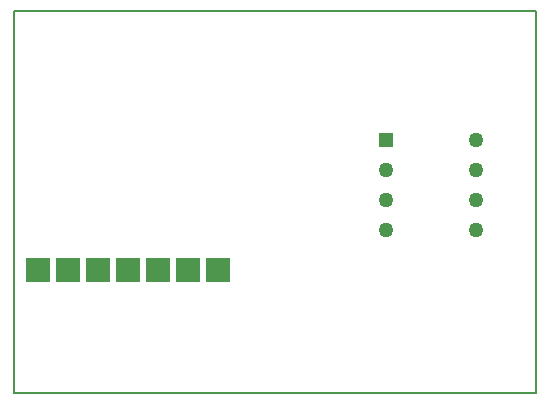
<source format=gbr>
G04 PROTEUS GERBER X2 FILE*
%TF.GenerationSoftware,Labcenter,Proteus,8.5-SP0-Build22067*%
%TF.CreationDate,2018-05-26T17:21:35+00:00*%
%TF.FileFunction,Copper,L1,Top*%
%TF.FilePolarity,Positive*%
%TF.Part,Single*%
%FSLAX45Y45*%
%MOMM*%
G01*
%TA.AperFunction,ComponentPad*%
%ADD10R,1.270000X1.270000*%
%ADD11C,1.270000*%
%ADD12R,2.032000X2.032000*%
%TA.AperFunction,Profile*%
%ADD13C,0.203200*%
D10*
X+1051000Y+406000D03*
D11*
X+1051000Y+152000D03*
X+1051000Y-102000D03*
X+1051000Y-356000D03*
X+1813000Y-356000D03*
X+1813000Y-102000D03*
X+1813000Y+152000D03*
X+1813000Y+406000D03*
D12*
X-1903000Y-696000D03*
X-1649000Y-696000D03*
X-1395000Y-696000D03*
X-1141000Y-696000D03*
X-887000Y-696000D03*
X-633000Y-696000D03*
X-379000Y-696000D03*
D13*
X-2100000Y-1735000D02*
X+2315000Y-1735000D01*
X+2315000Y+1502000D01*
X-2100000Y+1502000D01*
X-2100000Y-1735000D01*
M02*

</source>
